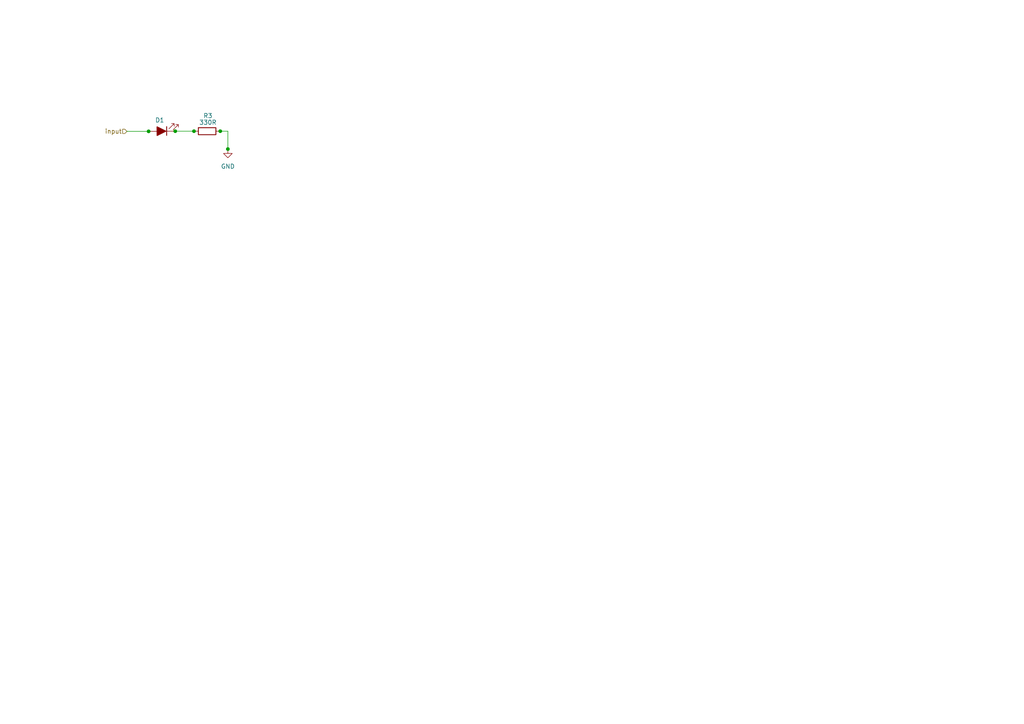
<source format=kicad_sch>
(kicad_sch (version 20211123) (generator eeschema)
  (paper "A4")
  (title_block (title "TP Conception") (date "2022-01-24") (rev "V1"))
  (lib_symbols
    (symbol "MyLibrary:LED"
      (property "Reference" "D" (at 0 -2.7432 0))
      (property "Value" "LED" (at 0.1016 3.5306 0))
      (symbol "LED_0_1"
        (polyline (pts (xy 2.0066 -1.1176) (xy 2.0066 1.4224)) (stroke (width 0.254)))
        (polyline (pts (xy -0.7874 1.3462) (xy -0.762 -1.1684) (xy 1.778 0.1016) (xy -0.762 1.3716)) (stroke (width 0.254)) (fill (type outline)))
        (polyline (pts (xy 2.667 0.7874) (xy 4.191 2.3114) (xy 3.429 2.3114) (xy 4.191 2.3114) (xy 4.191 1.5494)))
        (polyline (pts (xy 3.8862 0.508) (xy 5.4102 2.032) (xy 4.6482 2.032) (xy 5.4102 2.032) (xy 5.4102 1.27)))
      )
      (symbol "LED_1_1"
        (pin passive line (at -3.2258 0.0508 0) (length 2.54) (name "") (number ""))
        (pin passive line (at 4.4958 0.1016 180) (length 2.54) (name "") (number ""))
      )
    )
    (symbol "MyLibrary:R"
      (property "Reference" "Resistor" (at 5.7912 -1.4478 0))
      (property "Value" "R" (at 2.5654 1.2192 0))
      (symbol "R_0_1"
        (rectangle (start -1.016 -2.8194) (end 1.016 2.2606) (stroke (width 0.254)))
      )
      (symbol "R_1_1"
        (pin passive line (at 0 -4.0894 90) (length 1.27) (name "~") (number ""))
        (pin passive line (at 0 3.5306 270) (length 1.27) (name "~") (number ""))
      )
    )
    (symbol "power:GND" (power) (pin_names (offset 0))
      (property "Value" "GND" (at 0 -3.81 0))
      (symbol "GND_0_1"
        (polyline (pts (xy 0 0) (xy 0 -1.27) (xy 1.27 -1.27) (xy 0 -2.54) (xy -1.27 -1.27) (xy 0 -1.27)))
      )
      (symbol "GND_1_1"
        (pin power_in line (at 0 0 270) (length 0) hide (name "GND") (number "1"))
      )
    )
  )
  (junction (at 66.0908 43.2308))
  (junction (at 63.881 38.0492))
  (junction (at 43.1038 38.1))
  (junction (at 56.261 38.0492))
  (junction (at 50.8254 38.0492))
  (wire (pts (xy 63.8048 38.0492) (xy 63.881 38.0492)))
  (wire (pts (xy 36.83 38.1) (xy 43.1038 38.1)))
  (wire (pts (xy 66.0908 38.0492) (xy 66.0908 43.2308)))
  (wire (pts (xy 43.1038 38.1) (xy 43.18 38.1)))
  (wire (pts (xy 50.8 38.0492) (xy 50.8254 38.0492)))
  (wire (pts (xy 56.261 38.0492) (xy 56.2864 38.0492)))
  (wire (pts (xy 50.8254 38.0492) (xy 56.261 38.0492)))
  (wire (pts (xy 63.881 38.0492) (xy 66.0908 38.0492)))
  (wire (pts (xy 66.0908 43.2308) (xy 66.0908 43.3324)))
  (hierarchical_label "input" (shape input) (at 36.83 38.1 180))
  (symbol (lib_id "power:GND") (at 66.0908 43.2308 0)
    (property "Reference" "#PWR?" (effects hide))
    (property "Value" "GND" (at 66.0908 48.26 0))
  )
  (symbol (lib_id "MyLibrary:R") (at 59.7916 38.0492 90)
    (property "Reference" "R3" (at 60.2996 33.5788 90))
    (property "Value" "330R" (at 60.2996 35.5092 90))
  )
  (symbol (lib_id "MyLibrary:LED") (at 46.3296 38.1508 0)
    (property "Reference" "D1" (at 46.3296 34.8488 0))
    (property "Value" "LED" (effects hide))
  )
)
</source>
